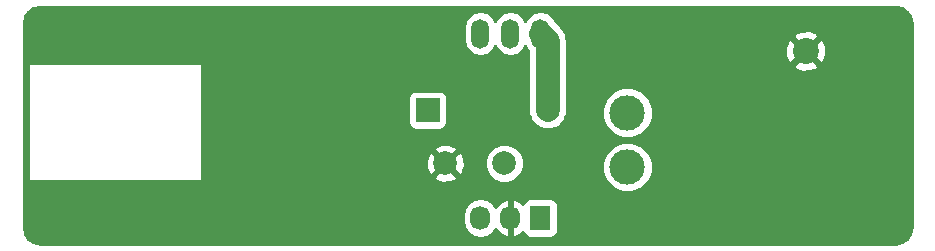
<source format=gbl>
G04 #@! TF.FileFunction,Copper,L2,Bot,Signal*
%FSLAX46Y46*%
G04 Gerber Fmt 4.6, Leading zero omitted, Abs format (unit mm)*
G04 Created by KiCad (PCBNEW 4.0.2+e4-6225~38~ubuntu15.04.1-stable) date Wed 22 Jun 2016 12:46:51 PM PDT*
%MOMM*%
G01*
G04 APERTURE LIST*
%ADD10C,0.100000*%
%ADD11C,1.998980*%
%ADD12R,1.998980X1.998980*%
%ADD13O,1.501140X2.499360*%
%ADD14R,1.727200X2.032000*%
%ADD15O,1.727200X2.032000*%
%ADD16C,3.000000*%
%ADD17C,0.450000*%
%ADD18C,2.200000*%
%ADD19C,0.600000*%
%ADD20C,2.000000*%
%ADD21C,0.254000*%
G04 APERTURE END LIST*
D10*
D11*
X156160000Y-98997460D03*
D12*
X146000000Y-98997460D03*
D13*
X153000000Y-92510000D03*
X155540000Y-92510000D03*
X150460000Y-92510000D03*
D11*
X147500640Y-103500000D03*
X152501900Y-103500000D03*
D14*
X155540000Y-108130000D03*
D15*
X153000000Y-108130000D03*
X150460000Y-108130000D03*
D16*
X162910000Y-99209000D03*
X162910000Y-103809000D03*
D17*
X161710000Y-99209000D03*
X164110000Y-99209000D03*
X162910000Y-98009000D03*
X162910000Y-100409000D03*
X162061000Y-98360000D03*
X162061000Y-100058000D03*
X163759000Y-100058000D03*
X163759000Y-98360000D03*
X161710000Y-103809000D03*
X164110000Y-103809000D03*
X162910000Y-102609000D03*
X162910000Y-105009000D03*
X162061000Y-104658000D03*
X162061000Y-102960000D03*
X163759000Y-102960000D03*
X163759000Y-104658000D03*
D18*
X178000000Y-94000000D03*
D19*
X130000000Y-100000000D03*
X178000000Y-97800000D03*
X142500000Y-101000000D03*
D20*
X156160000Y-98997460D02*
X156160000Y-93130000D01*
X156160000Y-93130000D02*
X155590000Y-92510000D01*
D21*
G36*
X186188338Y-90371046D02*
X186602333Y-90647669D01*
X186878953Y-91061660D01*
X186990000Y-91619931D01*
X186990000Y-108930069D01*
X186878953Y-109488340D01*
X186602333Y-109902331D01*
X186188338Y-110178954D01*
X185630069Y-110290000D01*
X113169931Y-110290000D01*
X112611660Y-110178953D01*
X112197669Y-109902333D01*
X111921046Y-109488338D01*
X111810000Y-108930069D01*
X111810000Y-107945255D01*
X148961400Y-107945255D01*
X148961400Y-108314745D01*
X149075474Y-108888234D01*
X149400330Y-109374415D01*
X149886511Y-109699271D01*
X150460000Y-109813345D01*
X151033489Y-109699271D01*
X151519670Y-109374415D01*
X151726461Y-109064931D01*
X152097964Y-109480732D01*
X152625209Y-109734709D01*
X152640974Y-109737358D01*
X152873000Y-109616217D01*
X152873000Y-108257000D01*
X152853000Y-108257000D01*
X152853000Y-108003000D01*
X152873000Y-108003000D01*
X152873000Y-106643783D01*
X153127000Y-106643783D01*
X153127000Y-108003000D01*
X153147000Y-108003000D01*
X153147000Y-108257000D01*
X153127000Y-108257000D01*
X153127000Y-109616217D01*
X153359026Y-109737358D01*
X153374791Y-109734709D01*
X153902036Y-109480732D01*
X154058907Y-109305155D01*
X154073238Y-109381317D01*
X154212310Y-109597441D01*
X154424510Y-109742431D01*
X154676400Y-109793440D01*
X156403600Y-109793440D01*
X156638917Y-109749162D01*
X156855041Y-109610090D01*
X157000031Y-109397890D01*
X157051040Y-109146000D01*
X157051040Y-107114000D01*
X157006762Y-106878683D01*
X156867690Y-106662559D01*
X156655490Y-106517569D01*
X156403600Y-106466560D01*
X154676400Y-106466560D01*
X154441083Y-106510838D01*
X154224959Y-106649910D01*
X154079969Y-106862110D01*
X154060768Y-106956927D01*
X153902036Y-106779268D01*
X153374791Y-106525291D01*
X153359026Y-106522642D01*
X153127000Y-106643783D01*
X152873000Y-106643783D01*
X152640974Y-106522642D01*
X152625209Y-106525291D01*
X152097964Y-106779268D01*
X151726461Y-107195069D01*
X151519670Y-106885585D01*
X151033489Y-106560729D01*
X150460000Y-106446655D01*
X149886511Y-106560729D01*
X149400330Y-106885585D01*
X149075474Y-107371766D01*
X148961400Y-107945255D01*
X111810000Y-107945255D01*
X111810000Y-95160000D01*
X112133000Y-95160000D01*
X112133000Y-104840000D01*
X112141685Y-104886159D01*
X112168965Y-104928553D01*
X112210590Y-104956994D01*
X112260000Y-104967000D01*
X126740000Y-104967000D01*
X126786159Y-104958315D01*
X126828553Y-104931035D01*
X126856994Y-104889410D01*
X126867000Y-104840000D01*
X126867000Y-104652163D01*
X146528083Y-104652163D01*
X146626682Y-104918965D01*
X147236222Y-105145401D01*
X147886017Y-105121341D01*
X148374598Y-104918965D01*
X148473197Y-104652163D01*
X147500640Y-103679605D01*
X146528083Y-104652163D01*
X126867000Y-104652163D01*
X126867000Y-103235582D01*
X145855239Y-103235582D01*
X145879299Y-103885377D01*
X146081675Y-104373958D01*
X146348477Y-104472557D01*
X147321035Y-103500000D01*
X147680245Y-103500000D01*
X148652803Y-104472557D01*
X148919605Y-104373958D01*
X149124020Y-103823694D01*
X150867126Y-103823694D01*
X151115438Y-104424655D01*
X151574827Y-104884846D01*
X152175353Y-105134206D01*
X152825594Y-105134774D01*
X153426555Y-104886462D01*
X153886746Y-104427073D01*
X153967824Y-104231815D01*
X160774630Y-104231815D01*
X161098980Y-105016800D01*
X161699041Y-105617909D01*
X162483459Y-105943628D01*
X163332815Y-105944370D01*
X164117800Y-105620020D01*
X164718909Y-105019959D01*
X165044628Y-104235541D01*
X165045370Y-103386185D01*
X164721020Y-102601200D01*
X164120959Y-102000091D01*
X163336541Y-101674372D01*
X162487185Y-101673630D01*
X161702200Y-101997980D01*
X161101091Y-102598041D01*
X160775372Y-103382459D01*
X160774630Y-104231815D01*
X153967824Y-104231815D01*
X154136106Y-103826547D01*
X154136674Y-103176306D01*
X153888362Y-102575345D01*
X153428973Y-102115154D01*
X152828447Y-101865794D01*
X152178206Y-101865226D01*
X151577245Y-102113538D01*
X151117054Y-102572927D01*
X150867694Y-103173453D01*
X150867126Y-103823694D01*
X149124020Y-103823694D01*
X149146041Y-103764418D01*
X149121981Y-103114623D01*
X148919605Y-102626042D01*
X148652803Y-102527443D01*
X147680245Y-103500000D01*
X147321035Y-103500000D01*
X146348477Y-102527443D01*
X146081675Y-102626042D01*
X145855239Y-103235582D01*
X126867000Y-103235582D01*
X126867000Y-102347837D01*
X146528083Y-102347837D01*
X147500640Y-103320395D01*
X148473197Y-102347837D01*
X148374598Y-102081035D01*
X147765058Y-101854599D01*
X147115263Y-101878659D01*
X146626682Y-102081035D01*
X146528083Y-102347837D01*
X126867000Y-102347837D01*
X126867000Y-97997970D01*
X144353070Y-97997970D01*
X144353070Y-99996950D01*
X144397348Y-100232267D01*
X144536420Y-100448391D01*
X144748620Y-100593381D01*
X145000510Y-100644390D01*
X146999490Y-100644390D01*
X147234807Y-100600112D01*
X147450931Y-100461040D01*
X147595921Y-100248840D01*
X147646930Y-99996950D01*
X147646930Y-97997970D01*
X147602652Y-97762653D01*
X147463580Y-97546529D01*
X147251380Y-97401539D01*
X146999490Y-97350530D01*
X145000510Y-97350530D01*
X144765193Y-97394808D01*
X144549069Y-97533880D01*
X144404079Y-97746080D01*
X144353070Y-97997970D01*
X126867000Y-97997970D01*
X126867000Y-95160000D01*
X126858315Y-95113841D01*
X126831035Y-95071447D01*
X126789410Y-95043006D01*
X126740000Y-95033000D01*
X112260000Y-95033000D01*
X112213841Y-95041685D01*
X112171447Y-95068965D01*
X112143006Y-95110590D01*
X112133000Y-95160000D01*
X111810000Y-95160000D01*
X111810000Y-91973967D01*
X149074430Y-91973967D01*
X149074430Y-93046033D01*
X149179900Y-93576268D01*
X149480254Y-94025779D01*
X149929765Y-94326133D01*
X150460000Y-94431603D01*
X150990235Y-94326133D01*
X151439746Y-94025779D01*
X151730000Y-93591384D01*
X152020254Y-94025779D01*
X152469765Y-94326133D01*
X153000000Y-94431603D01*
X153530235Y-94326133D01*
X153979746Y-94025779D01*
X154270000Y-93591384D01*
X154525000Y-93973018D01*
X154525000Y-98997460D01*
X154525507Y-99000006D01*
X154525226Y-99321154D01*
X154648946Y-99620580D01*
X154649457Y-99623147D01*
X154650898Y-99625304D01*
X154773538Y-99922115D01*
X155002423Y-100151400D01*
X155003880Y-100153580D01*
X155006041Y-100155024D01*
X155232927Y-100382306D01*
X155532136Y-100506548D01*
X155534313Y-100508003D01*
X155536859Y-100508509D01*
X155833453Y-100631666D01*
X156157431Y-100631949D01*
X156160000Y-100632460D01*
X156162546Y-100631953D01*
X156483694Y-100632234D01*
X156783120Y-100508514D01*
X156785687Y-100508003D01*
X156787844Y-100506562D01*
X157084655Y-100383922D01*
X157313940Y-100155037D01*
X157316120Y-100153580D01*
X157317564Y-100151419D01*
X157544846Y-99924533D01*
X157666392Y-99631815D01*
X160774630Y-99631815D01*
X161098980Y-100416800D01*
X161699041Y-101017909D01*
X162483459Y-101343628D01*
X163332815Y-101344370D01*
X164117800Y-101020020D01*
X164718909Y-100419959D01*
X165044628Y-99635541D01*
X165045370Y-98786185D01*
X164721020Y-98001200D01*
X164120959Y-97400091D01*
X163336541Y-97074372D01*
X162487185Y-97073630D01*
X161702200Y-97397980D01*
X161101091Y-97998041D01*
X160775372Y-98782459D01*
X160774630Y-99631815D01*
X157666392Y-99631815D01*
X157669088Y-99625324D01*
X157670543Y-99623147D01*
X157671049Y-99620601D01*
X157794206Y-99324007D01*
X157794489Y-99000029D01*
X157795000Y-98997460D01*
X157795000Y-95224868D01*
X176954737Y-95224868D01*
X177065641Y-95502099D01*
X177711593Y-95745323D01*
X178401453Y-95722836D01*
X178934359Y-95502099D01*
X179045263Y-95224868D01*
X178000000Y-94179605D01*
X176954737Y-95224868D01*
X157795000Y-95224868D01*
X157795000Y-93711593D01*
X176254677Y-93711593D01*
X176277164Y-94401453D01*
X176497901Y-94934359D01*
X176775132Y-95045263D01*
X177820395Y-94000000D01*
X178179605Y-94000000D01*
X179224868Y-95045263D01*
X179502099Y-94934359D01*
X179745323Y-94288407D01*
X179722836Y-93598547D01*
X179502099Y-93065641D01*
X179224868Y-92954737D01*
X178179605Y-94000000D01*
X177820395Y-94000000D01*
X176775132Y-92954737D01*
X176497901Y-93065641D01*
X176254677Y-93711593D01*
X157795000Y-93711593D01*
X157795000Y-93130000D01*
X157739345Y-92850203D01*
X157727665Y-92775132D01*
X176954737Y-92775132D01*
X178000000Y-93820395D01*
X179045263Y-92775132D01*
X178934359Y-92497901D01*
X178288407Y-92254677D01*
X177598547Y-92277164D01*
X177065641Y-92497901D01*
X176954737Y-92775132D01*
X157727665Y-92775132D01*
X157695478Y-92568276D01*
X157677344Y-92538502D01*
X157670543Y-92504313D01*
X157512038Y-92267093D01*
X157363634Y-92023434D01*
X156793634Y-91403433D01*
X156792733Y-91402775D01*
X156519746Y-90994221D01*
X156070235Y-90693867D01*
X155540000Y-90588397D01*
X155009765Y-90693867D01*
X154560254Y-90994221D01*
X154270000Y-91428616D01*
X153979746Y-90994221D01*
X153530235Y-90693867D01*
X153000000Y-90588397D01*
X152469765Y-90693867D01*
X152020254Y-90994221D01*
X151730000Y-91428616D01*
X151439746Y-90994221D01*
X150990235Y-90693867D01*
X150460000Y-90588397D01*
X149929765Y-90693867D01*
X149480254Y-90994221D01*
X149179900Y-91443732D01*
X149074430Y-91973967D01*
X111810000Y-91973967D01*
X111810000Y-91619931D01*
X111921046Y-91061662D01*
X112197669Y-90647667D01*
X112611660Y-90371047D01*
X113169931Y-90260000D01*
X185630069Y-90260000D01*
X186188338Y-90371046D01*
X186188338Y-90371046D01*
G37*
X186188338Y-90371046D02*
X186602333Y-90647669D01*
X186878953Y-91061660D01*
X186990000Y-91619931D01*
X186990000Y-108930069D01*
X186878953Y-109488340D01*
X186602333Y-109902331D01*
X186188338Y-110178954D01*
X185630069Y-110290000D01*
X113169931Y-110290000D01*
X112611660Y-110178953D01*
X112197669Y-109902333D01*
X111921046Y-109488338D01*
X111810000Y-108930069D01*
X111810000Y-107945255D01*
X148961400Y-107945255D01*
X148961400Y-108314745D01*
X149075474Y-108888234D01*
X149400330Y-109374415D01*
X149886511Y-109699271D01*
X150460000Y-109813345D01*
X151033489Y-109699271D01*
X151519670Y-109374415D01*
X151726461Y-109064931D01*
X152097964Y-109480732D01*
X152625209Y-109734709D01*
X152640974Y-109737358D01*
X152873000Y-109616217D01*
X152873000Y-108257000D01*
X152853000Y-108257000D01*
X152853000Y-108003000D01*
X152873000Y-108003000D01*
X152873000Y-106643783D01*
X153127000Y-106643783D01*
X153127000Y-108003000D01*
X153147000Y-108003000D01*
X153147000Y-108257000D01*
X153127000Y-108257000D01*
X153127000Y-109616217D01*
X153359026Y-109737358D01*
X153374791Y-109734709D01*
X153902036Y-109480732D01*
X154058907Y-109305155D01*
X154073238Y-109381317D01*
X154212310Y-109597441D01*
X154424510Y-109742431D01*
X154676400Y-109793440D01*
X156403600Y-109793440D01*
X156638917Y-109749162D01*
X156855041Y-109610090D01*
X157000031Y-109397890D01*
X157051040Y-109146000D01*
X157051040Y-107114000D01*
X157006762Y-106878683D01*
X156867690Y-106662559D01*
X156655490Y-106517569D01*
X156403600Y-106466560D01*
X154676400Y-106466560D01*
X154441083Y-106510838D01*
X154224959Y-106649910D01*
X154079969Y-106862110D01*
X154060768Y-106956927D01*
X153902036Y-106779268D01*
X153374791Y-106525291D01*
X153359026Y-106522642D01*
X153127000Y-106643783D01*
X152873000Y-106643783D01*
X152640974Y-106522642D01*
X152625209Y-106525291D01*
X152097964Y-106779268D01*
X151726461Y-107195069D01*
X151519670Y-106885585D01*
X151033489Y-106560729D01*
X150460000Y-106446655D01*
X149886511Y-106560729D01*
X149400330Y-106885585D01*
X149075474Y-107371766D01*
X148961400Y-107945255D01*
X111810000Y-107945255D01*
X111810000Y-95160000D01*
X112133000Y-95160000D01*
X112133000Y-104840000D01*
X112141685Y-104886159D01*
X112168965Y-104928553D01*
X112210590Y-104956994D01*
X112260000Y-104967000D01*
X126740000Y-104967000D01*
X126786159Y-104958315D01*
X126828553Y-104931035D01*
X126856994Y-104889410D01*
X126867000Y-104840000D01*
X126867000Y-104652163D01*
X146528083Y-104652163D01*
X146626682Y-104918965D01*
X147236222Y-105145401D01*
X147886017Y-105121341D01*
X148374598Y-104918965D01*
X148473197Y-104652163D01*
X147500640Y-103679605D01*
X146528083Y-104652163D01*
X126867000Y-104652163D01*
X126867000Y-103235582D01*
X145855239Y-103235582D01*
X145879299Y-103885377D01*
X146081675Y-104373958D01*
X146348477Y-104472557D01*
X147321035Y-103500000D01*
X147680245Y-103500000D01*
X148652803Y-104472557D01*
X148919605Y-104373958D01*
X149124020Y-103823694D01*
X150867126Y-103823694D01*
X151115438Y-104424655D01*
X151574827Y-104884846D01*
X152175353Y-105134206D01*
X152825594Y-105134774D01*
X153426555Y-104886462D01*
X153886746Y-104427073D01*
X153967824Y-104231815D01*
X160774630Y-104231815D01*
X161098980Y-105016800D01*
X161699041Y-105617909D01*
X162483459Y-105943628D01*
X163332815Y-105944370D01*
X164117800Y-105620020D01*
X164718909Y-105019959D01*
X165044628Y-104235541D01*
X165045370Y-103386185D01*
X164721020Y-102601200D01*
X164120959Y-102000091D01*
X163336541Y-101674372D01*
X162487185Y-101673630D01*
X161702200Y-101997980D01*
X161101091Y-102598041D01*
X160775372Y-103382459D01*
X160774630Y-104231815D01*
X153967824Y-104231815D01*
X154136106Y-103826547D01*
X154136674Y-103176306D01*
X153888362Y-102575345D01*
X153428973Y-102115154D01*
X152828447Y-101865794D01*
X152178206Y-101865226D01*
X151577245Y-102113538D01*
X151117054Y-102572927D01*
X150867694Y-103173453D01*
X150867126Y-103823694D01*
X149124020Y-103823694D01*
X149146041Y-103764418D01*
X149121981Y-103114623D01*
X148919605Y-102626042D01*
X148652803Y-102527443D01*
X147680245Y-103500000D01*
X147321035Y-103500000D01*
X146348477Y-102527443D01*
X146081675Y-102626042D01*
X145855239Y-103235582D01*
X126867000Y-103235582D01*
X126867000Y-102347837D01*
X146528083Y-102347837D01*
X147500640Y-103320395D01*
X148473197Y-102347837D01*
X148374598Y-102081035D01*
X147765058Y-101854599D01*
X147115263Y-101878659D01*
X146626682Y-102081035D01*
X146528083Y-102347837D01*
X126867000Y-102347837D01*
X126867000Y-97997970D01*
X144353070Y-97997970D01*
X144353070Y-99996950D01*
X144397348Y-100232267D01*
X144536420Y-100448391D01*
X144748620Y-100593381D01*
X145000510Y-100644390D01*
X146999490Y-100644390D01*
X147234807Y-100600112D01*
X147450931Y-100461040D01*
X147595921Y-100248840D01*
X147646930Y-99996950D01*
X147646930Y-97997970D01*
X147602652Y-97762653D01*
X147463580Y-97546529D01*
X147251380Y-97401539D01*
X146999490Y-97350530D01*
X145000510Y-97350530D01*
X144765193Y-97394808D01*
X144549069Y-97533880D01*
X144404079Y-97746080D01*
X144353070Y-97997970D01*
X126867000Y-97997970D01*
X126867000Y-95160000D01*
X126858315Y-95113841D01*
X126831035Y-95071447D01*
X126789410Y-95043006D01*
X126740000Y-95033000D01*
X112260000Y-95033000D01*
X112213841Y-95041685D01*
X112171447Y-95068965D01*
X112143006Y-95110590D01*
X112133000Y-95160000D01*
X111810000Y-95160000D01*
X111810000Y-91973967D01*
X149074430Y-91973967D01*
X149074430Y-93046033D01*
X149179900Y-93576268D01*
X149480254Y-94025779D01*
X149929765Y-94326133D01*
X150460000Y-94431603D01*
X150990235Y-94326133D01*
X151439746Y-94025779D01*
X151730000Y-93591384D01*
X152020254Y-94025779D01*
X152469765Y-94326133D01*
X153000000Y-94431603D01*
X153530235Y-94326133D01*
X153979746Y-94025779D01*
X154270000Y-93591384D01*
X154525000Y-93973018D01*
X154525000Y-98997460D01*
X154525507Y-99000006D01*
X154525226Y-99321154D01*
X154648946Y-99620580D01*
X154649457Y-99623147D01*
X154650898Y-99625304D01*
X154773538Y-99922115D01*
X155002423Y-100151400D01*
X155003880Y-100153580D01*
X155006041Y-100155024D01*
X155232927Y-100382306D01*
X155532136Y-100506548D01*
X155534313Y-100508003D01*
X155536859Y-100508509D01*
X155833453Y-100631666D01*
X156157431Y-100631949D01*
X156160000Y-100632460D01*
X156162546Y-100631953D01*
X156483694Y-100632234D01*
X156783120Y-100508514D01*
X156785687Y-100508003D01*
X156787844Y-100506562D01*
X157084655Y-100383922D01*
X157313940Y-100155037D01*
X157316120Y-100153580D01*
X157317564Y-100151419D01*
X157544846Y-99924533D01*
X157666392Y-99631815D01*
X160774630Y-99631815D01*
X161098980Y-100416800D01*
X161699041Y-101017909D01*
X162483459Y-101343628D01*
X163332815Y-101344370D01*
X164117800Y-101020020D01*
X164718909Y-100419959D01*
X165044628Y-99635541D01*
X165045370Y-98786185D01*
X164721020Y-98001200D01*
X164120959Y-97400091D01*
X163336541Y-97074372D01*
X162487185Y-97073630D01*
X161702200Y-97397980D01*
X161101091Y-97998041D01*
X160775372Y-98782459D01*
X160774630Y-99631815D01*
X157666392Y-99631815D01*
X157669088Y-99625324D01*
X157670543Y-99623147D01*
X157671049Y-99620601D01*
X157794206Y-99324007D01*
X157794489Y-99000029D01*
X157795000Y-98997460D01*
X157795000Y-95224868D01*
X176954737Y-95224868D01*
X177065641Y-95502099D01*
X177711593Y-95745323D01*
X178401453Y-95722836D01*
X178934359Y-95502099D01*
X179045263Y-95224868D01*
X178000000Y-94179605D01*
X176954737Y-95224868D01*
X157795000Y-95224868D01*
X157795000Y-93711593D01*
X176254677Y-93711593D01*
X176277164Y-94401453D01*
X176497901Y-94934359D01*
X176775132Y-95045263D01*
X177820395Y-94000000D01*
X178179605Y-94000000D01*
X179224868Y-95045263D01*
X179502099Y-94934359D01*
X179745323Y-94288407D01*
X179722836Y-93598547D01*
X179502099Y-93065641D01*
X179224868Y-92954737D01*
X178179605Y-94000000D01*
X177820395Y-94000000D01*
X176775132Y-92954737D01*
X176497901Y-93065641D01*
X176254677Y-93711593D01*
X157795000Y-93711593D01*
X157795000Y-93130000D01*
X157739345Y-92850203D01*
X157727665Y-92775132D01*
X176954737Y-92775132D01*
X178000000Y-93820395D01*
X179045263Y-92775132D01*
X178934359Y-92497901D01*
X178288407Y-92254677D01*
X177598547Y-92277164D01*
X177065641Y-92497901D01*
X176954737Y-92775132D01*
X157727665Y-92775132D01*
X157695478Y-92568276D01*
X157677344Y-92538502D01*
X157670543Y-92504313D01*
X157512038Y-92267093D01*
X157363634Y-92023434D01*
X156793634Y-91403433D01*
X156792733Y-91402775D01*
X156519746Y-90994221D01*
X156070235Y-90693867D01*
X155540000Y-90588397D01*
X155009765Y-90693867D01*
X154560254Y-90994221D01*
X154270000Y-91428616D01*
X153979746Y-90994221D01*
X153530235Y-90693867D01*
X153000000Y-90588397D01*
X152469765Y-90693867D01*
X152020254Y-90994221D01*
X151730000Y-91428616D01*
X151439746Y-90994221D01*
X150990235Y-90693867D01*
X150460000Y-90588397D01*
X149929765Y-90693867D01*
X149480254Y-90994221D01*
X149179900Y-91443732D01*
X149074430Y-91973967D01*
X111810000Y-91973967D01*
X111810000Y-91619931D01*
X111921046Y-91061662D01*
X112197669Y-90647667D01*
X112611660Y-90371047D01*
X113169931Y-90260000D01*
X185630069Y-90260000D01*
X186188338Y-90371046D01*
M02*

</source>
